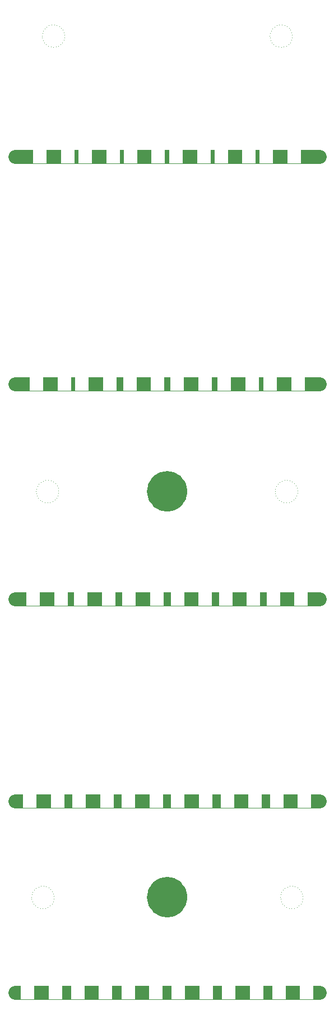
<source format=gbr>
%TF.GenerationSoftware,KiCad,Pcbnew,7.0.2*%
%TF.CreationDate,2025-02-12T15:24:12+00:00*%
%TF.ProjectId,fretboard,66726574-626f-4617-9264-2e6b69636164,rev?*%
%TF.SameCoordinates,Original*%
%TF.FileFunction,Legend,Bot*%
%TF.FilePolarity,Positive*%
%FSLAX46Y46*%
G04 Gerber Fmt 4.6, Leading zero omitted, Abs format (unit mm)*
G04 Created by KiCad (PCBNEW 7.0.2) date 2025-02-12 15:24:12*
%MOMM*%
%LPD*%
G01*
G04 APERTURE LIST*
%ADD10C,2.100000*%
%ADD11C,3.075000*%
%ADD12C,0.100000*%
%ADD13R,2.100000X2.100000*%
%ADD14C,2.200000*%
G04 APERTURE END LIST*
D10*
X-3000000Y-70700000D02*
X43000000Y-70700000D01*
X-3000000Y-36400000D02*
X43000000Y-36400000D01*
X-3000000Y-103100000D02*
X43000000Y-103100000D01*
X-3000000Y-162500000D02*
X43000000Y-162500000D01*
D11*
X21537500Y-86900000D02*
G75*
G03*
X21537500Y-86900000I-1537500J0D01*
G01*
D10*
X-3000000Y-133600000D02*
X43000000Y-133600000D01*
D11*
X21537500Y-148100000D02*
G75*
G03*
X21537500Y-148100000I-1537500J0D01*
G01*
D12*
%TO.C,H5*%
X-500000Y-148100000D02*
X-500000Y-148100000D01*
X-453157Y-147703680D02*
X-453157Y-147703680D01*
X-315212Y-147329201D02*
X-315212Y-147329201D01*
X-93767Y-146997200D02*
X-93767Y-146997200D01*
X198976Y-146725972D02*
X198976Y-146725972D01*
X546884Y-146530465D02*
X546884Y-146530465D01*
X930784Y-146421452D02*
X930784Y-146421452D01*
X1329520Y-146404941D02*
X1329520Y-146404941D01*
X1721119Y-146481842D02*
X1721119Y-146481842D01*
X2083999Y-146647917D02*
X2083999Y-146647917D01*
X2398164Y-146894014D02*
X2398164Y-146894014D01*
X2646300Y-147206570D02*
X2646300Y-147206570D01*
X2814732Y-147568363D02*
X2814732Y-147568363D01*
X2894180Y-147959453D02*
X2894180Y-147959453D01*
X2880264Y-148358288D02*
X2880264Y-148358288D01*
X2773751Y-148742889D02*
X2773751Y-148742889D01*
X2580511Y-149092062D02*
X2580511Y-149092062D01*
X2311194Y-149386564D02*
X2311194Y-149386564D01*
X1980640Y-149610165D02*
X1980640Y-149610165D01*
X1607067Y-149750544D02*
X1607067Y-149750544D01*
X1211061Y-149799964D02*
X1211061Y-149799964D01*
X814445Y-149755701D02*
X814445Y-149755701D01*
X439077Y-149620196D02*
X439077Y-149620196D01*
X105641Y-149400915D02*
X105641Y-149400915D01*
X-167485Y-149109942D02*
X-167485Y-149109942D01*
X-365252Y-148763314D02*
X-365252Y-148763314D01*
X-476760Y-148380131D02*
X-476760Y-148380131D01*
%TO.C,H2*%
X35500000Y-18200000D02*
X35500000Y-18200000D01*
X35546842Y-17803680D02*
X35546842Y-17803680D01*
X35684787Y-17429201D02*
X35684787Y-17429201D01*
X35906232Y-17097200D02*
X35906232Y-17097200D01*
X36198976Y-16825972D02*
X36198976Y-16825972D01*
X36546884Y-16630465D02*
X36546884Y-16630465D01*
X36930784Y-16521452D02*
X36930784Y-16521452D01*
X37329520Y-16504941D02*
X37329520Y-16504941D01*
X37721119Y-16581842D02*
X37721119Y-16581842D01*
X38083999Y-16747917D02*
X38083999Y-16747917D01*
X38398164Y-16994014D02*
X38398164Y-16994014D01*
X38646300Y-17306570D02*
X38646300Y-17306570D01*
X38814732Y-17668363D02*
X38814732Y-17668363D01*
X38894180Y-18059453D02*
X38894180Y-18059453D01*
X38880264Y-18458288D02*
X38880264Y-18458288D01*
X38773751Y-18842889D02*
X38773751Y-18842889D01*
X38580511Y-19192062D02*
X38580511Y-19192062D01*
X38311194Y-19486564D02*
X38311194Y-19486564D01*
X37980640Y-19710165D02*
X37980640Y-19710165D01*
X37607067Y-19850544D02*
X37607067Y-19850544D01*
X37211061Y-19899964D02*
X37211061Y-19899964D01*
X36814445Y-19855701D02*
X36814445Y-19855701D01*
X36439077Y-19720196D02*
X36439077Y-19720196D01*
X36105641Y-19500915D02*
X36105641Y-19500915D01*
X35832514Y-19209942D02*
X35832514Y-19209942D01*
X35634747Y-18863314D02*
X35634747Y-18863314D01*
X35523239Y-18480131D02*
X35523239Y-18480131D01*
%TO.C,H3*%
X200000Y-86900000D02*
X200000Y-86900000D01*
X246842Y-86503680D02*
X246842Y-86503680D01*
X384787Y-86129201D02*
X384787Y-86129201D01*
X606232Y-85797200D02*
X606232Y-85797200D01*
X898976Y-85525972D02*
X898976Y-85525972D01*
X1246884Y-85330465D02*
X1246884Y-85330465D01*
X1630784Y-85221452D02*
X1630784Y-85221452D01*
X2029520Y-85204941D02*
X2029520Y-85204941D01*
X2421119Y-85281842D02*
X2421119Y-85281842D01*
X2783999Y-85447917D02*
X2783999Y-85447917D01*
X3098164Y-85694014D02*
X3098164Y-85694014D01*
X3346300Y-86006570D02*
X3346300Y-86006570D01*
X3514732Y-86368363D02*
X3514732Y-86368363D01*
X3594180Y-86759453D02*
X3594180Y-86759453D01*
X3580264Y-87158288D02*
X3580264Y-87158288D01*
X3473751Y-87542889D02*
X3473751Y-87542889D01*
X3280511Y-87892062D02*
X3280511Y-87892062D01*
X3011194Y-88186564D02*
X3011194Y-88186564D01*
X2680640Y-88410165D02*
X2680640Y-88410165D01*
X2307067Y-88550544D02*
X2307067Y-88550544D01*
X1911061Y-88599964D02*
X1911061Y-88599964D01*
X1514445Y-88555701D02*
X1514445Y-88555701D01*
X1139077Y-88420196D02*
X1139077Y-88420196D01*
X805641Y-88200915D02*
X805641Y-88200915D01*
X532514Y-87909942D02*
X532514Y-87909942D01*
X334747Y-87563314D02*
X334747Y-87563314D01*
X223239Y-87180131D02*
X223239Y-87180131D01*
%TO.C,H1*%
X1100000Y-18200000D02*
X1100000Y-18200000D01*
X1146842Y-17803680D02*
X1146842Y-17803680D01*
X1284787Y-17429201D02*
X1284787Y-17429201D01*
X1506232Y-17097200D02*
X1506232Y-17097200D01*
X1798976Y-16825972D02*
X1798976Y-16825972D01*
X2146884Y-16630465D02*
X2146884Y-16630465D01*
X2530784Y-16521452D02*
X2530784Y-16521452D01*
X2929520Y-16504941D02*
X2929520Y-16504941D01*
X3321119Y-16581842D02*
X3321119Y-16581842D01*
X3683999Y-16747917D02*
X3683999Y-16747917D01*
X3998164Y-16994014D02*
X3998164Y-16994014D01*
X4246300Y-17306570D02*
X4246300Y-17306570D01*
X4414732Y-17668363D02*
X4414732Y-17668363D01*
X4494180Y-18059453D02*
X4494180Y-18059453D01*
X4480264Y-18458288D02*
X4480264Y-18458288D01*
X4373751Y-18842889D02*
X4373751Y-18842889D01*
X4180511Y-19192062D02*
X4180511Y-19192062D01*
X3911194Y-19486564D02*
X3911194Y-19486564D01*
X3580640Y-19710165D02*
X3580640Y-19710165D01*
X3207067Y-19850544D02*
X3207067Y-19850544D01*
X2811061Y-19899964D02*
X2811061Y-19899964D01*
X2414445Y-19855701D02*
X2414445Y-19855701D01*
X2039077Y-19720196D02*
X2039077Y-19720196D01*
X1705641Y-19500915D02*
X1705641Y-19500915D01*
X1432514Y-19209942D02*
X1432514Y-19209942D01*
X1234747Y-18863314D02*
X1234747Y-18863314D01*
X1123239Y-18480131D02*
X1123239Y-18480131D01*
%TO.C,H4*%
X36300000Y-86900000D02*
X36300000Y-86900000D01*
X36346842Y-86503680D02*
X36346842Y-86503680D01*
X36484787Y-86129201D02*
X36484787Y-86129201D01*
X36706232Y-85797200D02*
X36706232Y-85797200D01*
X36998976Y-85525972D02*
X36998976Y-85525972D01*
X37346884Y-85330465D02*
X37346884Y-85330465D01*
X37730784Y-85221452D02*
X37730784Y-85221452D01*
X38129520Y-85204941D02*
X38129520Y-85204941D01*
X38521119Y-85281842D02*
X38521119Y-85281842D01*
X38883999Y-85447917D02*
X38883999Y-85447917D01*
X39198164Y-85694014D02*
X39198164Y-85694014D01*
X39446300Y-86006570D02*
X39446300Y-86006570D01*
X39614732Y-86368363D02*
X39614732Y-86368363D01*
X39694180Y-86759453D02*
X39694180Y-86759453D01*
X39680264Y-87158288D02*
X39680264Y-87158288D01*
X39573751Y-87542889D02*
X39573751Y-87542889D01*
X39380511Y-87892062D02*
X39380511Y-87892062D01*
X39111194Y-88186564D02*
X39111194Y-88186564D01*
X38780640Y-88410165D02*
X38780640Y-88410165D01*
X38407067Y-88550544D02*
X38407067Y-88550544D01*
X38011061Y-88599964D02*
X38011061Y-88599964D01*
X37614445Y-88555701D02*
X37614445Y-88555701D01*
X37239077Y-88420196D02*
X37239077Y-88420196D01*
X36905641Y-88200915D02*
X36905641Y-88200915D01*
X36632514Y-87909942D02*
X36632514Y-87909942D01*
X36434747Y-87563314D02*
X36434747Y-87563314D01*
X36323239Y-87180131D02*
X36323239Y-87180131D01*
%TO.C,H6*%
X37100000Y-148100000D02*
X37100000Y-148100000D01*
X37146842Y-147703680D02*
X37146842Y-147703680D01*
X37284787Y-147329201D02*
X37284787Y-147329201D01*
X37506232Y-146997200D02*
X37506232Y-146997200D01*
X37798976Y-146725972D02*
X37798976Y-146725972D01*
X38146884Y-146530465D02*
X38146884Y-146530465D01*
X38530784Y-146421452D02*
X38530784Y-146421452D01*
X38929520Y-146404941D02*
X38929520Y-146404941D01*
X39321119Y-146481842D02*
X39321119Y-146481842D01*
X39683999Y-146647917D02*
X39683999Y-146647917D01*
X39998164Y-146894014D02*
X39998164Y-146894014D01*
X40246300Y-147206570D02*
X40246300Y-147206570D01*
X40414732Y-147568363D02*
X40414732Y-147568363D01*
X40494180Y-147959453D02*
X40494180Y-147959453D01*
X40480264Y-148358288D02*
X40480264Y-148358288D01*
X40373751Y-148742889D02*
X40373751Y-148742889D01*
X40180511Y-149092062D02*
X40180511Y-149092062D01*
X39911194Y-149386564D02*
X39911194Y-149386564D01*
X39580640Y-149610165D02*
X39580640Y-149610165D01*
X39207067Y-149750544D02*
X39207067Y-149750544D01*
X38811061Y-149799964D02*
X38811061Y-149799964D01*
X38414445Y-149755701D02*
X38414445Y-149755701D01*
X38039077Y-149620196D02*
X38039077Y-149620196D01*
X37705641Y-149400915D02*
X37705641Y-149400915D01*
X37432514Y-149109942D02*
X37432514Y-149109942D01*
X37234747Y-148763314D02*
X37234747Y-148763314D01*
X37123239Y-148380131D02*
X37123239Y-148380131D01*
%TD*%
%LPC*%
D13*
%TO.C,J10*%
X18550000Y-70700000D03*
X14350000Y-70700000D03*
%TD*%
%TO.C,J19*%
X40250000Y-103100000D03*
X36050000Y-103100000D03*
%TD*%
%TO.C,J2*%
X5000000Y-36400000D03*
X800000Y-36400000D03*
%TD*%
%TO.C,J22*%
X18350000Y-133600000D03*
X14150000Y-133600000D03*
%TD*%
%TO.C,J8*%
X4450000Y-70700000D03*
X250000Y-70700000D03*
%TD*%
%TO.C,J15*%
X11150000Y-103100000D03*
X6950000Y-103100000D03*
%TD*%
%TO.C,J20*%
X3450000Y-133600000D03*
X-750000Y-133600000D03*
%TD*%
%TO.C,J31*%
X36900000Y-162500000D03*
X41100000Y-162500000D03*
%TD*%
%TO.C,J25*%
X40750000Y-133600000D03*
X36550000Y-133600000D03*
%TD*%
%TO.C,J27*%
X6500000Y-162500000D03*
X10700000Y-162500000D03*
%TD*%
%TO.C,J28*%
X14100000Y-162500000D03*
X18300000Y-162500000D03*
%TD*%
%TO.C,J30*%
X29300000Y-162500000D03*
X33500000Y-162500000D03*
%TD*%
%TO.C,J4*%
X18650000Y-36400000D03*
X14450000Y-36400000D03*
%TD*%
%TO.C,J26*%
X-1100000Y-162500000D03*
X3100000Y-162500000D03*
%TD*%
%TO.C,J24*%
X33300000Y-133600000D03*
X29100000Y-133600000D03*
%TD*%
%TO.C,J6*%
X32350000Y-36400000D03*
X28150000Y-36400000D03*
%TD*%
%TO.C,J7*%
X39200000Y-36400000D03*
X35000000Y-36400000D03*
%TD*%
%TO.C,J23*%
X25800000Y-133600000D03*
X21600000Y-133600000D03*
%TD*%
%TO.C,J5*%
X25550000Y-36400000D03*
X21350000Y-36400000D03*
%TD*%
%TO.C,J21*%
X10900000Y-133600000D03*
X6700000Y-133600000D03*
%TD*%
%TO.C,J18*%
X33050000Y-103100000D03*
X28850000Y-103100000D03*
%TD*%
%TO.C,J12*%
X32850000Y-70700000D03*
X28650000Y-70700000D03*
%TD*%
%TO.C,J11*%
X25700000Y-70700000D03*
X21500000Y-70700000D03*
%TD*%
%TO.C,J3*%
X11850000Y-36400000D03*
X7650000Y-36400000D03*
%TD*%
%TO.C,J16*%
X18450000Y-103100000D03*
X14250000Y-103100000D03*
%TD*%
%TO.C,J9*%
X11350000Y-70700000D03*
X7150000Y-70700000D03*
%TD*%
%TO.C,J17*%
X25750000Y-103100000D03*
X21550000Y-103100000D03*
%TD*%
%TO.C,J14*%
X3950000Y-103100000D03*
X-250000Y-103100000D03*
%TD*%
%TO.C,J13*%
X39750000Y-70700000D03*
X35550000Y-70700000D03*
%TD*%
%TO.C,J29*%
X21700000Y-162500000D03*
X25900000Y-162500000D03*
%TD*%
D14*
%TO.C,H5*%
X1200000Y-148100000D03*
%TD*%
%TO.C,H2*%
X37200000Y-18200000D03*
%TD*%
%TO.C,H3*%
X1900000Y-86900000D03*
%TD*%
%TO.C,H1*%
X2800000Y-18200000D03*
%TD*%
%TO.C,H4*%
X38000000Y-86900000D03*
%TD*%
%TO.C,H6*%
X38800000Y-148100000D03*
%TD*%
%LPD*%
M02*

</source>
